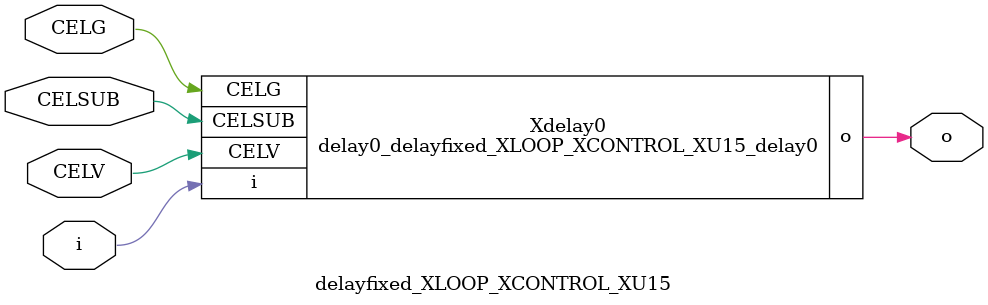
<source format=v>

module delay0_delayfixed_XLOOP_XCONTROL_XU15_delay0 (i, CELV, o,
CELG,CELSUB);
input CELV;
input i;
output o;
input CELSUB;
input CELG;
endmodule


//Celera Confidential Do Not Copy delayfixed_XLOOP_XCONTROL_XU15
//Celera Confidential Symbol Generator
//TYPE:fixed Egde:rise
module delayfixed_XLOOP_XCONTROL_XU15 (CELV,i,o,
CELG,CELSUB);
input CELV;
input i;
output o;
input CELG;
input CELSUB;

//Celera Confidential Do Not Copy delay0_delayfixed_XLOOP_XCONTROL_XU15_delay0
delay0_delayfixed_XLOOP_XCONTROL_XU15_delay0 Xdelay0(
.CELV (CELV),
.i (i),
.o (o),
.CELG (CELG),
.CELSUB (CELSUB)
);
//,diesize,delay0_delayfixed_XLOOP_XCONTROL_XU15_delay0
//Celera Confidential Do Not Copy Module End
//Celera Schematic Generator
endmodule

</source>
